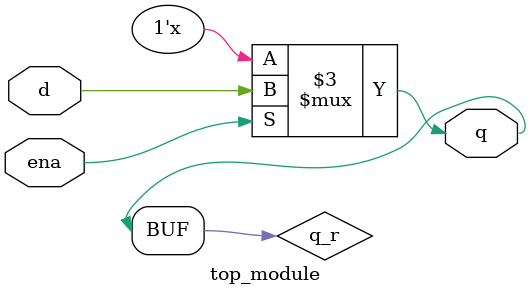
<source format=v>
module top_module (
    input d, 
    input ena,
    output q);
	
    reg q_r;
    assign q = q_r;
    always @(*) begin 
        if (ena) q_r = d;
    end 
endmodule

</source>
